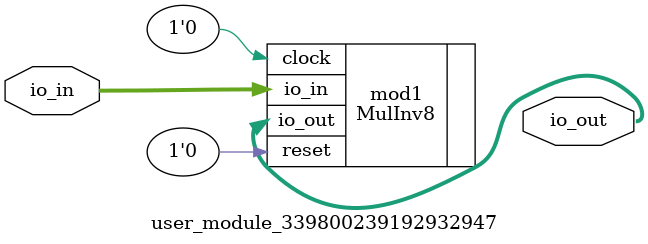
<source format=v>
`default_nettype none


module user_module_339800239192932947 (
  input [7:0] io_in,
  output [7:0] io_out
);

  MulInv8 mod1(.clock(1'b0), .reset(1'b0), .io_in(io_in), .io_out(io_out));

endmodule

</source>
